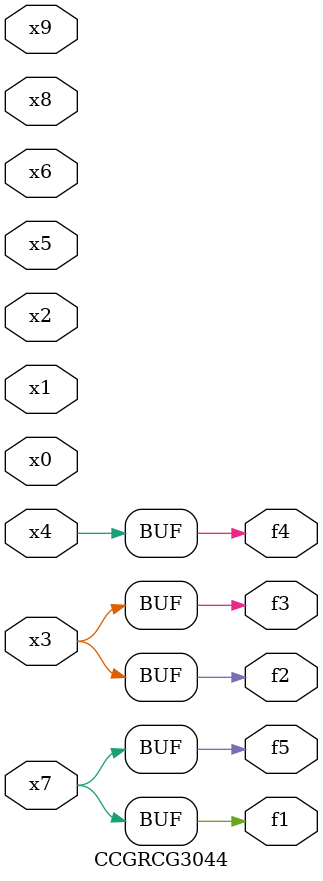
<source format=v>
module CCGRCG3044(
	input x0, x1, x2, x3, x4, x5, x6, x7, x8, x9,
	output f1, f2, f3, f4, f5
);
	assign f1 = x7;
	assign f2 = x3;
	assign f3 = x3;
	assign f4 = x4;
	assign f5 = x7;
endmodule

</source>
